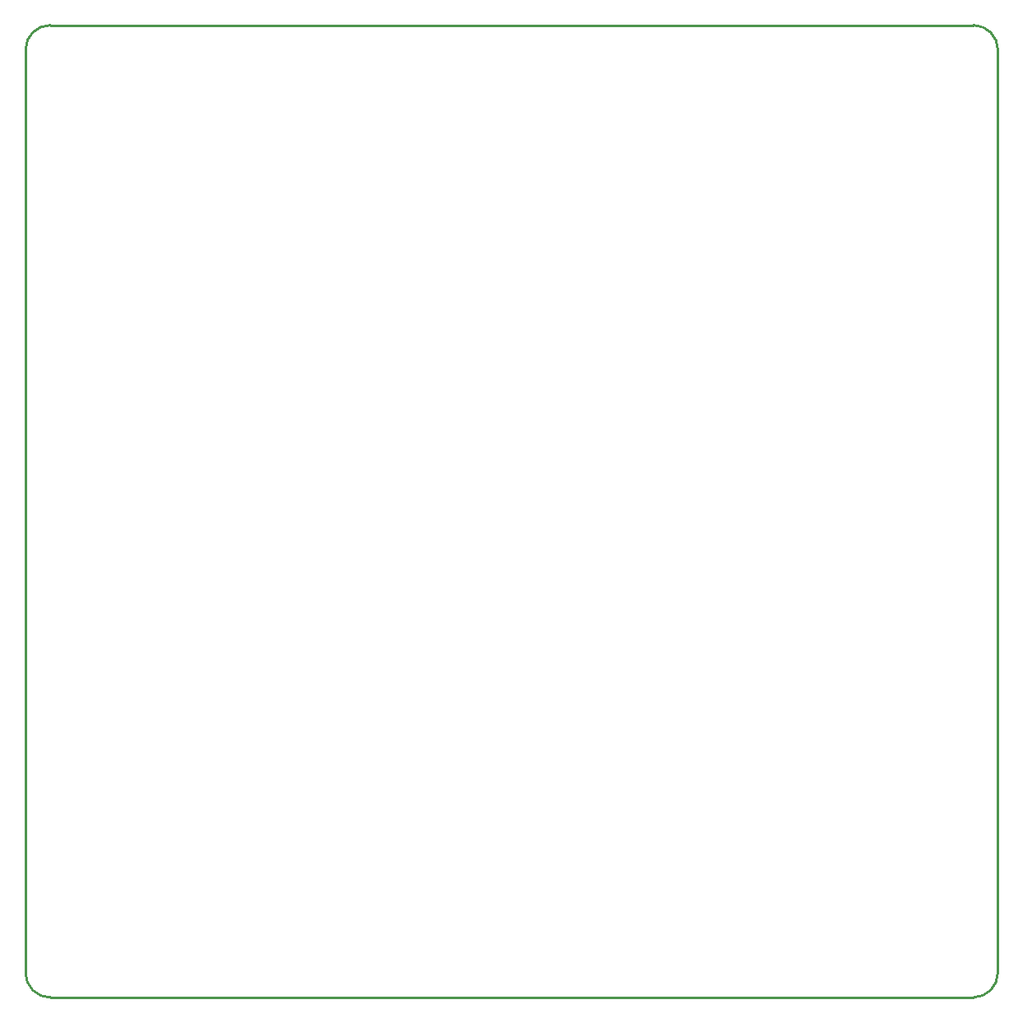
<source format=gko>
G04*
G04 #@! TF.GenerationSoftware,Altium Limited,Altium Designer,20.1.7 (139)*
G04*
G04 Layer_Color=16711935*
%FSLAX44Y44*%
%MOMM*%
G71*
G04*
G04 #@! TF.SameCoordinates,741834D1-4314-455D-B734-137E6C24AB52*
G04*
G04*
G04 #@! TF.FilePolarity,Positive*
G04*
G01*
G75*
%ADD12C,0.2540*%
D12*
X2554631Y1184147D02*
G03*
X2529331Y1209511I-25087J277D01*
G01*
X2529267Y209337D02*
G03*
X2554631Y234637I277J25087D01*
G01*
X1554457Y234701D02*
G03*
X1579757Y209337I25087J-277D01*
G01*
X1579821Y1209511D02*
G03*
X1554457Y1184211I-277J-25087D01*
G01*
X2554544Y234614D02*
Y1184844D01*
X1579669Y1209424D02*
X2529964D01*
X1579669Y209424D02*
X2529354D01*
X1554544Y234549D02*
Y1184299D01*
M02*

</source>
